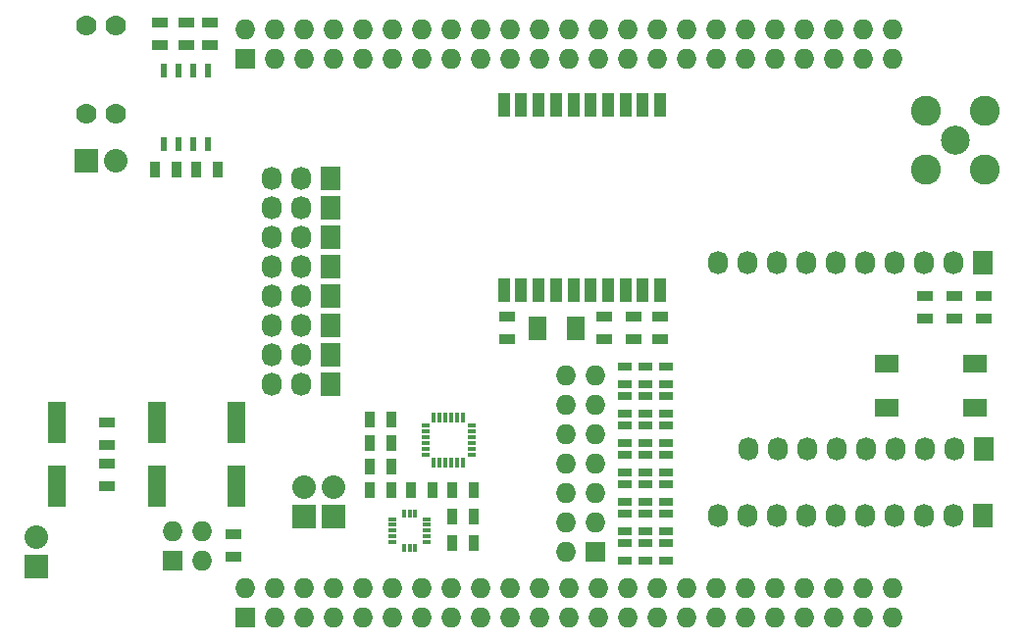
<source format=gts>
%FSLAX46Y46*%
G04 Gerber Fmt 4.6, Leading zero omitted, Abs format (unit mm)*
G04 Created by KiCad (PCBNEW (2014-09-22 BZR 5144)-product) date Sat 29 Nov 2014 08:33:21 PM CET*
%MOMM*%
G01*
G04 APERTURE LIST*
%ADD10C,0.100000*%
%ADD11O,1.727200X2.032000*%
%ADD12R,1.727200X2.032000*%
%ADD13R,1.000000X2.000000*%
%ADD14R,1.727200X1.727200*%
%ADD15O,1.727200X1.727200*%
%ADD16R,0.889000X1.397000*%
%ADD17R,1.397000X0.889000*%
%ADD18R,1.600200X3.599180*%
%ADD19R,1.524000X2.032000*%
%ADD20C,2.500000*%
%ADD21C,2.600000*%
%ADD22R,2.032000X2.032000*%
%ADD23O,2.032000X2.032000*%
%ADD24C,1.778000*%
%ADD25R,2.032000X1.524000*%
%ADD26R,0.508000X1.143000*%
%ADD27R,0.800000X0.300000*%
%ADD28R,0.300000X0.800000*%
%ADD29R,0.800000X0.350000*%
%ADD30R,0.350000X0.850000*%
%ADD31R,1.143000X0.635000*%
G04 APERTURE END LIST*
D10*
D11*
X162719000Y-111154000D03*
X165259000Y-111154000D03*
X167799000Y-111154000D03*
X170339000Y-111154000D03*
X172879000Y-111154000D03*
X175419000Y-111154000D03*
X177959000Y-111154000D03*
X180499000Y-111154000D03*
X183039000Y-111154000D03*
D12*
X185579000Y-111154000D03*
X185579000Y-89379000D03*
D11*
X183039000Y-89379000D03*
X180499000Y-89379000D03*
X177959000Y-89379000D03*
X175419000Y-89379000D03*
X172879000Y-89379000D03*
X170339000Y-89379000D03*
X167799000Y-89379000D03*
X165259000Y-89379000D03*
X162719000Y-89379000D03*
D13*
X144252000Y-91694000D03*
X145752000Y-91694000D03*
X147252000Y-91694000D03*
X148752000Y-91694000D03*
X150252000Y-91694000D03*
X151752000Y-91694000D03*
X153252000Y-91694000D03*
X154752000Y-91694000D03*
X156252000Y-91694000D03*
X157752000Y-91694000D03*
X144252000Y-75694000D03*
X145752000Y-75694000D03*
X147252000Y-75694000D03*
X148752000Y-75694000D03*
X150252000Y-75694000D03*
X151752000Y-75694000D03*
X153252000Y-75694000D03*
X154752000Y-75694000D03*
X156252000Y-75694000D03*
X157752000Y-75694000D03*
D14*
X121920000Y-120015000D03*
D15*
X121920000Y-117475000D03*
X124460000Y-120015000D03*
X124460000Y-117475000D03*
X127000000Y-120015000D03*
X127000000Y-117475000D03*
X129540000Y-120015000D03*
X129540000Y-117475000D03*
X132080000Y-120015000D03*
X132080000Y-117475000D03*
X134620000Y-120015000D03*
X134620000Y-117475000D03*
X137160000Y-120015000D03*
X137160000Y-117475000D03*
X139700000Y-120015000D03*
X139700000Y-117475000D03*
X142240000Y-120015000D03*
X142240000Y-117475000D03*
X144780000Y-120015000D03*
X144780000Y-117475000D03*
X147320000Y-120015000D03*
X147320000Y-117475000D03*
X149860000Y-120015000D03*
X149860000Y-117475000D03*
X152400000Y-120015000D03*
X152400000Y-117475000D03*
X154940000Y-120015000D03*
X154940000Y-117475000D03*
X157480000Y-120015000D03*
X157480000Y-117475000D03*
X160020000Y-120015000D03*
X160020000Y-117475000D03*
X162560000Y-120015000D03*
X162560000Y-117475000D03*
X165100000Y-120015000D03*
X165100000Y-117475000D03*
X167640000Y-120015000D03*
X167640000Y-117475000D03*
X170180000Y-120015000D03*
X170180000Y-117475000D03*
X172720000Y-120015000D03*
X172720000Y-117475000D03*
X175260000Y-120015000D03*
X175260000Y-117475000D03*
X177800000Y-120015000D03*
X177800000Y-117475000D03*
D14*
X121920000Y-71755000D03*
D15*
X121920000Y-69215000D03*
X124460000Y-71755000D03*
X124460000Y-69215000D03*
X127000000Y-71755000D03*
X127000000Y-69215000D03*
X129540000Y-71755000D03*
X129540000Y-69215000D03*
X132080000Y-71755000D03*
X132080000Y-69215000D03*
X134620000Y-71755000D03*
X134620000Y-69215000D03*
X137160000Y-71755000D03*
X137160000Y-69215000D03*
X139700000Y-71755000D03*
X139700000Y-69215000D03*
X142240000Y-71755000D03*
X142240000Y-69215000D03*
X144780000Y-71755000D03*
X144780000Y-69215000D03*
X147320000Y-71755000D03*
X147320000Y-69215000D03*
X149860000Y-71755000D03*
X149860000Y-69215000D03*
X152400000Y-71755000D03*
X152400000Y-69215000D03*
X154940000Y-71755000D03*
X154940000Y-69215000D03*
X157480000Y-71755000D03*
X157480000Y-69215000D03*
X160020000Y-71755000D03*
X160020000Y-69215000D03*
X162560000Y-71755000D03*
X162560000Y-69215000D03*
X165100000Y-71755000D03*
X165100000Y-69215000D03*
X167640000Y-71755000D03*
X167640000Y-69215000D03*
X170180000Y-71755000D03*
X170180000Y-69215000D03*
X172720000Y-71755000D03*
X172720000Y-69215000D03*
X175260000Y-71755000D03*
X175260000Y-69215000D03*
X177800000Y-71755000D03*
X177800000Y-69215000D03*
D16*
X134556500Y-102870000D03*
X132651500Y-102870000D03*
X134556500Y-104902000D03*
X132651500Y-104902000D03*
D17*
X114554000Y-70548500D03*
X114554000Y-68643500D03*
D16*
X134556500Y-106934000D03*
X132651500Y-106934000D03*
X134556500Y-108966000D03*
X132651500Y-108966000D03*
D17*
X144526000Y-94043500D03*
X144526000Y-95948500D03*
D16*
X136207500Y-108966000D03*
X138112500Y-108966000D03*
D17*
X109982000Y-108648500D03*
X109982000Y-106743500D03*
D18*
X105664000Y-108668820D03*
X105664000Y-103167180D03*
D17*
X109982000Y-103187500D03*
X109982000Y-105092500D03*
D18*
X121158000Y-108668820D03*
X121158000Y-103167180D03*
X114300000Y-108668820D03*
X114300000Y-103167180D03*
D19*
X147193000Y-94996000D03*
X150495000Y-94996000D03*
D20*
X183238000Y-78774000D03*
D21*
X185778000Y-81314000D03*
X185778000Y-76234000D03*
X180698000Y-76234000D03*
X180698000Y-81314000D03*
D22*
X108204000Y-80518000D03*
D23*
X110744000Y-80518000D03*
D22*
X127000000Y-111252000D03*
D23*
X127000000Y-108712000D03*
D22*
X129540000Y-111252000D03*
D23*
X129540000Y-108712000D03*
D12*
X185674000Y-105410000D03*
D11*
X183134000Y-105410000D03*
X180594000Y-105410000D03*
X178054000Y-105410000D03*
X175514000Y-105410000D03*
X172974000Y-105410000D03*
X170434000Y-105410000D03*
X167894000Y-105410000D03*
X165354000Y-105410000D03*
D14*
X115697000Y-115062000D03*
D15*
X115697000Y-112522000D03*
X118237000Y-115062000D03*
X118237000Y-112522000D03*
D22*
X103886000Y-115570000D03*
D23*
X103886000Y-113030000D03*
D17*
X116840000Y-70548500D03*
X116840000Y-68643500D03*
X118872000Y-70548500D03*
X118872000Y-68643500D03*
D16*
X117665500Y-81280000D03*
X119570500Y-81280000D03*
X116014500Y-81280000D03*
X114109500Y-81280000D03*
D17*
X185674000Y-94170500D03*
X185674000Y-92265500D03*
X155448000Y-94043500D03*
X155448000Y-95948500D03*
X157734000Y-94043500D03*
X157734000Y-95948500D03*
X183134000Y-94170500D03*
X183134000Y-92265500D03*
X180594000Y-94170500D03*
X180594000Y-92265500D03*
X152908000Y-95948500D03*
X152908000Y-94043500D03*
D16*
X139763500Y-108966000D03*
X141668500Y-108966000D03*
X141668500Y-113538000D03*
X139763500Y-113538000D03*
X141668500Y-111252000D03*
X139763500Y-111252000D03*
D24*
X108204000Y-76454000D03*
X110744000Y-76454000D03*
X110744000Y-68834000D03*
X108204000Y-68834000D03*
D25*
X184912000Y-101854000D03*
X177292000Y-101854000D03*
X184912000Y-98044000D03*
X177292000Y-98044000D03*
D17*
X120904000Y-112839500D03*
X120904000Y-114744500D03*
D26*
X114935000Y-72771000D03*
X116205000Y-72771000D03*
X117475000Y-72771000D03*
X118745000Y-72771000D03*
X118745000Y-79121000D03*
X117475000Y-79121000D03*
X116205000Y-79121000D03*
X114935000Y-79121000D03*
D27*
X134670000Y-111498000D03*
X134670000Y-111998000D03*
X134670000Y-112498000D03*
X134670000Y-112998000D03*
X134670000Y-113498000D03*
X137570000Y-113498000D03*
X137570000Y-112998000D03*
X137570000Y-112498000D03*
X137570000Y-111998000D03*
X137570000Y-111498000D03*
D28*
X135620000Y-113948000D03*
X136120000Y-113948000D03*
X136620000Y-113948000D03*
X136620000Y-111048000D03*
X136120000Y-111048000D03*
X135620000Y-111048000D03*
D29*
X141478000Y-105930000D03*
X141478000Y-105430000D03*
X141478000Y-104930000D03*
X141478000Y-104430000D03*
X141478000Y-103930000D03*
X141478000Y-103430000D03*
D30*
X140728000Y-102705000D03*
X140228000Y-102705000D03*
X139728000Y-102705000D03*
X139228000Y-102705000D03*
X138728000Y-102705000D03*
X138228000Y-102705000D03*
X140728000Y-106655000D03*
X140228000Y-106655000D03*
X139728000Y-106655000D03*
X139228000Y-106655000D03*
X138728000Y-106655000D03*
X138228000Y-106655000D03*
D29*
X137478000Y-105930000D03*
X137478000Y-105430000D03*
X137478000Y-104930000D03*
X137478000Y-104430000D03*
X137478000Y-103930000D03*
X137478000Y-103430000D03*
D12*
X129286000Y-82042000D03*
D11*
X126746000Y-82042000D03*
X124206000Y-82042000D03*
D12*
X129286000Y-84582000D03*
D11*
X126746000Y-84582000D03*
X124206000Y-84582000D03*
D12*
X129286000Y-87122000D03*
D11*
X126746000Y-87122000D03*
X124206000Y-87122000D03*
D12*
X129286000Y-89662000D03*
D11*
X126746000Y-89662000D03*
X124206000Y-89662000D03*
D12*
X129286000Y-92202000D03*
D11*
X126746000Y-92202000D03*
X124206000Y-92202000D03*
D12*
X129286000Y-94742000D03*
D11*
X126746000Y-94742000D03*
X124206000Y-94742000D03*
D12*
X129286000Y-97282000D03*
D11*
X126746000Y-97282000D03*
X124206000Y-97282000D03*
D12*
X129286000Y-99822000D03*
D11*
X126746000Y-99822000D03*
X124206000Y-99822000D03*
D14*
X152146000Y-114300000D03*
D15*
X149606000Y-114300000D03*
X152146000Y-111760000D03*
X149606000Y-111760000D03*
X152146000Y-109220000D03*
X149606000Y-109220000D03*
X152146000Y-106680000D03*
X149606000Y-106680000D03*
X152146000Y-104140000D03*
X149606000Y-104140000D03*
X152146000Y-101600000D03*
X149606000Y-101600000D03*
X152146000Y-99060000D03*
X149606000Y-99060000D03*
D31*
X158242000Y-115062000D03*
X158242000Y-113538000D03*
X158242000Y-112522000D03*
X158242000Y-110998000D03*
X158242000Y-109982000D03*
X158242000Y-108458000D03*
X158242000Y-107442000D03*
X158242000Y-105918000D03*
X158242000Y-104902000D03*
X158242000Y-103378000D03*
X158242000Y-102362000D03*
X158242000Y-100838000D03*
X158242000Y-99822000D03*
X158242000Y-98298000D03*
X154686000Y-115062000D03*
X154686000Y-113538000D03*
X156464000Y-115062000D03*
X156464000Y-113538000D03*
X154686000Y-112522000D03*
X154686000Y-110998000D03*
X156464000Y-112522000D03*
X156464000Y-110998000D03*
X154686000Y-109982000D03*
X154686000Y-108458000D03*
X156464000Y-109982000D03*
X156464000Y-108458000D03*
X154686000Y-107442000D03*
X154686000Y-105918000D03*
X156464000Y-107442000D03*
X156464000Y-105918000D03*
X154686000Y-104902000D03*
X154686000Y-103378000D03*
X156464000Y-104902000D03*
X156464000Y-103378000D03*
X154686000Y-102362000D03*
X154686000Y-100838000D03*
X156464000Y-102362000D03*
X156464000Y-100838000D03*
X154686000Y-99822000D03*
X154686000Y-98298000D03*
X156464000Y-99822000D03*
X156464000Y-98298000D03*
M02*

</source>
